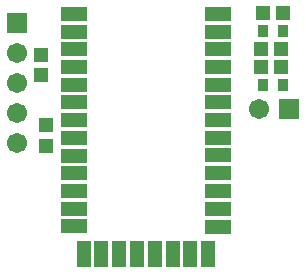
<source format=gbr>
G04 DipTrace 2.3.0.1*
%INbluetooth_modul_TopMask.gbr*%
%MOIN*%
%ADD38R,0.0474X0.0868*%
%ADD40R,0.0868X0.0474*%
%ADD42R,0.0474X0.0513*%
%ADD46R,0.0513X0.0474*%
%ADD52R,0.0356X0.0415*%
%ADD60C,0.0671*%
%ADD62R,0.0671X0.0671*%
%FSLAX44Y44*%
G04*
G70*
G90*
G75*
G01*
%LNTopMask*%
%LPD*%
D62*
X4917Y12531D3*
D60*
Y11531D3*
Y10531D3*
Y9531D3*
Y8531D3*
D52*
X13094Y10472D3*
X13759D3*
X13117Y12267D3*
X13783D3*
D46*
X13696Y11669D3*
X13027D3*
X13691Y11066D3*
X13022D3*
X13106Y12854D3*
X13776D3*
D42*
X5712Y10787D3*
Y11456D3*
X5877Y8452D3*
Y9121D3*
D40*
X11610Y12842D3*
Y12252D3*
Y11662D3*
Y11072D3*
Y10481D3*
Y9892D3*
Y9302D3*
Y8712D3*
Y8122D3*
Y7531D3*
Y6942D3*
Y6352D3*
Y5752D3*
X6790Y12842D3*
Y12252D3*
Y11662D3*
X6792Y11071D3*
X6790Y10481D3*
X6792Y9890D3*
Y9299D3*
Y8709D3*
Y8118D3*
Y7528D3*
Y6937D3*
Y6347D3*
Y5756D3*
D38*
X7130Y4822D3*
X7720D3*
X8310D3*
X8900D3*
X9500D3*
X10090D3*
X10680D3*
X11270D3*
D62*
X13956Y9661D3*
D60*
X12956D3*
M02*

</source>
